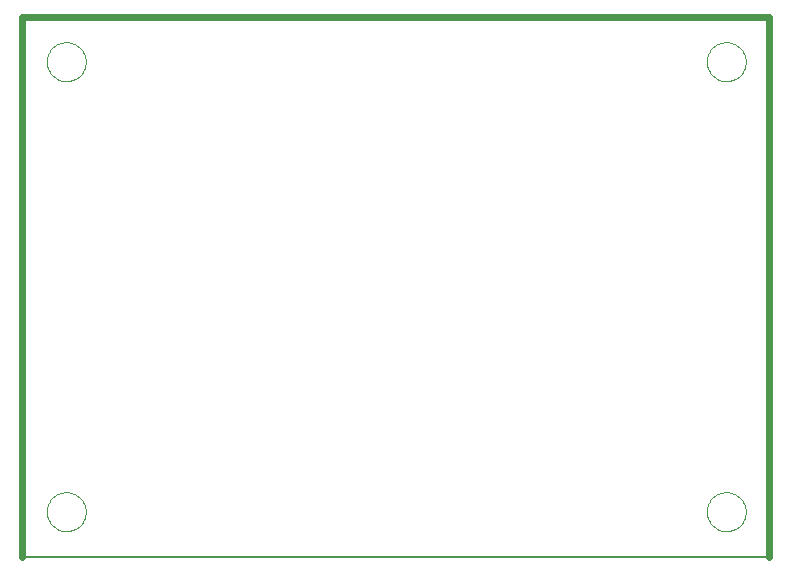
<source format=gbp>
G75*
%MOIN*%
%OFA0B0*%
%FSLAX24Y24*%
%IPPOS*%
%LPD*%
%AMOC8*
5,1,8,0,0,1.08239X$1,22.5*
%
%ADD10C,0.0080*%
%ADD11C,0.0240*%
%ADD12C,0.0000*%
D10*
X006373Y004935D02*
X031273Y004935D01*
D11*
X006373Y004935D02*
X006373Y022931D01*
X031273Y022931D01*
X031273Y004935D01*
D12*
X029183Y006435D02*
X029185Y006485D01*
X029191Y006535D01*
X029201Y006585D01*
X029214Y006633D01*
X029231Y006681D01*
X029252Y006727D01*
X029276Y006771D01*
X029304Y006813D01*
X029335Y006853D01*
X029369Y006890D01*
X029406Y006925D01*
X029445Y006956D01*
X029486Y006985D01*
X029530Y007010D01*
X029576Y007032D01*
X029623Y007050D01*
X029671Y007064D01*
X029720Y007075D01*
X029770Y007082D01*
X029820Y007085D01*
X029871Y007084D01*
X029921Y007079D01*
X029971Y007070D01*
X030019Y007058D01*
X030067Y007041D01*
X030113Y007021D01*
X030158Y006998D01*
X030201Y006971D01*
X030241Y006941D01*
X030279Y006908D01*
X030314Y006872D01*
X030347Y006833D01*
X030376Y006792D01*
X030402Y006749D01*
X030425Y006704D01*
X030444Y006657D01*
X030459Y006609D01*
X030471Y006560D01*
X030479Y006510D01*
X030483Y006460D01*
X030483Y006410D01*
X030479Y006360D01*
X030471Y006310D01*
X030459Y006261D01*
X030444Y006213D01*
X030425Y006166D01*
X030402Y006121D01*
X030376Y006078D01*
X030347Y006037D01*
X030314Y005998D01*
X030279Y005962D01*
X030241Y005929D01*
X030201Y005899D01*
X030158Y005872D01*
X030113Y005849D01*
X030067Y005829D01*
X030019Y005812D01*
X029971Y005800D01*
X029921Y005791D01*
X029871Y005786D01*
X029820Y005785D01*
X029770Y005788D01*
X029720Y005795D01*
X029671Y005806D01*
X029623Y005820D01*
X029576Y005838D01*
X029530Y005860D01*
X029486Y005885D01*
X029445Y005914D01*
X029406Y005945D01*
X029369Y005980D01*
X029335Y006017D01*
X029304Y006057D01*
X029276Y006099D01*
X029252Y006143D01*
X029231Y006189D01*
X029214Y006237D01*
X029201Y006285D01*
X029191Y006335D01*
X029185Y006385D01*
X029183Y006435D01*
X029183Y021435D02*
X029185Y021485D01*
X029191Y021535D01*
X029201Y021585D01*
X029214Y021633D01*
X029231Y021681D01*
X029252Y021727D01*
X029276Y021771D01*
X029304Y021813D01*
X029335Y021853D01*
X029369Y021890D01*
X029406Y021925D01*
X029445Y021956D01*
X029486Y021985D01*
X029530Y022010D01*
X029576Y022032D01*
X029623Y022050D01*
X029671Y022064D01*
X029720Y022075D01*
X029770Y022082D01*
X029820Y022085D01*
X029871Y022084D01*
X029921Y022079D01*
X029971Y022070D01*
X030019Y022058D01*
X030067Y022041D01*
X030113Y022021D01*
X030158Y021998D01*
X030201Y021971D01*
X030241Y021941D01*
X030279Y021908D01*
X030314Y021872D01*
X030347Y021833D01*
X030376Y021792D01*
X030402Y021749D01*
X030425Y021704D01*
X030444Y021657D01*
X030459Y021609D01*
X030471Y021560D01*
X030479Y021510D01*
X030483Y021460D01*
X030483Y021410D01*
X030479Y021360D01*
X030471Y021310D01*
X030459Y021261D01*
X030444Y021213D01*
X030425Y021166D01*
X030402Y021121D01*
X030376Y021078D01*
X030347Y021037D01*
X030314Y020998D01*
X030279Y020962D01*
X030241Y020929D01*
X030201Y020899D01*
X030158Y020872D01*
X030113Y020849D01*
X030067Y020829D01*
X030019Y020812D01*
X029971Y020800D01*
X029921Y020791D01*
X029871Y020786D01*
X029820Y020785D01*
X029770Y020788D01*
X029720Y020795D01*
X029671Y020806D01*
X029623Y020820D01*
X029576Y020838D01*
X029530Y020860D01*
X029486Y020885D01*
X029445Y020914D01*
X029406Y020945D01*
X029369Y020980D01*
X029335Y021017D01*
X029304Y021057D01*
X029276Y021099D01*
X029252Y021143D01*
X029231Y021189D01*
X029214Y021237D01*
X029201Y021285D01*
X029191Y021335D01*
X029185Y021385D01*
X029183Y021435D01*
X007183Y021435D02*
X007185Y021485D01*
X007191Y021535D01*
X007201Y021585D01*
X007214Y021633D01*
X007231Y021681D01*
X007252Y021727D01*
X007276Y021771D01*
X007304Y021813D01*
X007335Y021853D01*
X007369Y021890D01*
X007406Y021925D01*
X007445Y021956D01*
X007486Y021985D01*
X007530Y022010D01*
X007576Y022032D01*
X007623Y022050D01*
X007671Y022064D01*
X007720Y022075D01*
X007770Y022082D01*
X007820Y022085D01*
X007871Y022084D01*
X007921Y022079D01*
X007971Y022070D01*
X008019Y022058D01*
X008067Y022041D01*
X008113Y022021D01*
X008158Y021998D01*
X008201Y021971D01*
X008241Y021941D01*
X008279Y021908D01*
X008314Y021872D01*
X008347Y021833D01*
X008376Y021792D01*
X008402Y021749D01*
X008425Y021704D01*
X008444Y021657D01*
X008459Y021609D01*
X008471Y021560D01*
X008479Y021510D01*
X008483Y021460D01*
X008483Y021410D01*
X008479Y021360D01*
X008471Y021310D01*
X008459Y021261D01*
X008444Y021213D01*
X008425Y021166D01*
X008402Y021121D01*
X008376Y021078D01*
X008347Y021037D01*
X008314Y020998D01*
X008279Y020962D01*
X008241Y020929D01*
X008201Y020899D01*
X008158Y020872D01*
X008113Y020849D01*
X008067Y020829D01*
X008019Y020812D01*
X007971Y020800D01*
X007921Y020791D01*
X007871Y020786D01*
X007820Y020785D01*
X007770Y020788D01*
X007720Y020795D01*
X007671Y020806D01*
X007623Y020820D01*
X007576Y020838D01*
X007530Y020860D01*
X007486Y020885D01*
X007445Y020914D01*
X007406Y020945D01*
X007369Y020980D01*
X007335Y021017D01*
X007304Y021057D01*
X007276Y021099D01*
X007252Y021143D01*
X007231Y021189D01*
X007214Y021237D01*
X007201Y021285D01*
X007191Y021335D01*
X007185Y021385D01*
X007183Y021435D01*
X007183Y006435D02*
X007185Y006485D01*
X007191Y006535D01*
X007201Y006585D01*
X007214Y006633D01*
X007231Y006681D01*
X007252Y006727D01*
X007276Y006771D01*
X007304Y006813D01*
X007335Y006853D01*
X007369Y006890D01*
X007406Y006925D01*
X007445Y006956D01*
X007486Y006985D01*
X007530Y007010D01*
X007576Y007032D01*
X007623Y007050D01*
X007671Y007064D01*
X007720Y007075D01*
X007770Y007082D01*
X007820Y007085D01*
X007871Y007084D01*
X007921Y007079D01*
X007971Y007070D01*
X008019Y007058D01*
X008067Y007041D01*
X008113Y007021D01*
X008158Y006998D01*
X008201Y006971D01*
X008241Y006941D01*
X008279Y006908D01*
X008314Y006872D01*
X008347Y006833D01*
X008376Y006792D01*
X008402Y006749D01*
X008425Y006704D01*
X008444Y006657D01*
X008459Y006609D01*
X008471Y006560D01*
X008479Y006510D01*
X008483Y006460D01*
X008483Y006410D01*
X008479Y006360D01*
X008471Y006310D01*
X008459Y006261D01*
X008444Y006213D01*
X008425Y006166D01*
X008402Y006121D01*
X008376Y006078D01*
X008347Y006037D01*
X008314Y005998D01*
X008279Y005962D01*
X008241Y005929D01*
X008201Y005899D01*
X008158Y005872D01*
X008113Y005849D01*
X008067Y005829D01*
X008019Y005812D01*
X007971Y005800D01*
X007921Y005791D01*
X007871Y005786D01*
X007820Y005785D01*
X007770Y005788D01*
X007720Y005795D01*
X007671Y005806D01*
X007623Y005820D01*
X007576Y005838D01*
X007530Y005860D01*
X007486Y005885D01*
X007445Y005914D01*
X007406Y005945D01*
X007369Y005980D01*
X007335Y006017D01*
X007304Y006057D01*
X007276Y006099D01*
X007252Y006143D01*
X007231Y006189D01*
X007214Y006237D01*
X007201Y006285D01*
X007191Y006335D01*
X007185Y006385D01*
X007183Y006435D01*
M02*

</source>
